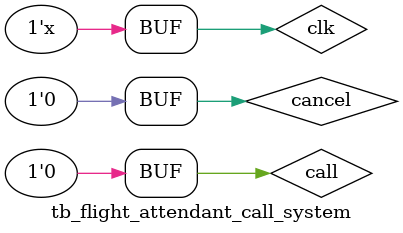
<source format=v>
`timescale 1ns / 1ps


module tb_flight_attendant_call_system;

reg clk;
reg call;
reg cancel;

wire light;

flight_attendant_call_system ul (
    .clk(clk),
    .call(call),
    .cancel(cancel),
    .light(light)
);

initial
begin

clk = 0;
call = 0;
cancel = 0;

#10;

call = 1;
cancel = 0;

#10;

call = 0;
cancel = 1;

#10;

call = 1;
cancel = 1;

#10;

call = 0;
cancel = 0;

#10;

call = 1;
cancel = 0;

#10;

cancel = 1;

#20;

cancel = 0;

#20;

call = 0;
cancel = 1;

#20;

call = 0;
cancel = 0;

end

always
#5 clk = ~clk;

endmodule

</source>
